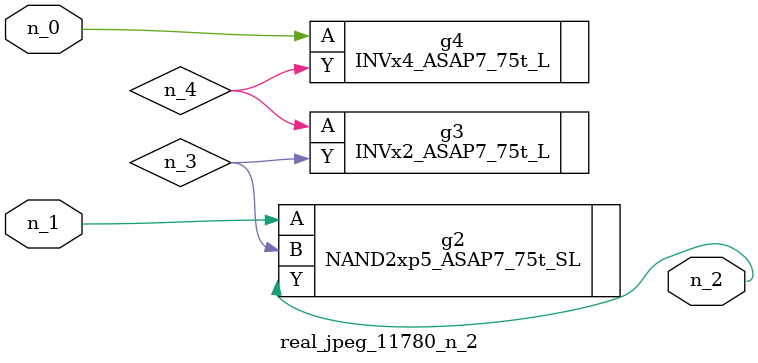
<source format=v>
module real_jpeg_11780_n_2 (n_1, n_0, n_2);

input n_1;
input n_0;

output n_2;

wire n_4;
wire n_3;

INVx4_ASAP7_75t_L g4 ( 
.A(n_0),
.Y(n_4)
);

NAND2xp5_ASAP7_75t_SL g2 ( 
.A(n_1),
.B(n_3),
.Y(n_2)
);

INVx2_ASAP7_75t_L g3 ( 
.A(n_4),
.Y(n_3)
);


endmodule
</source>
